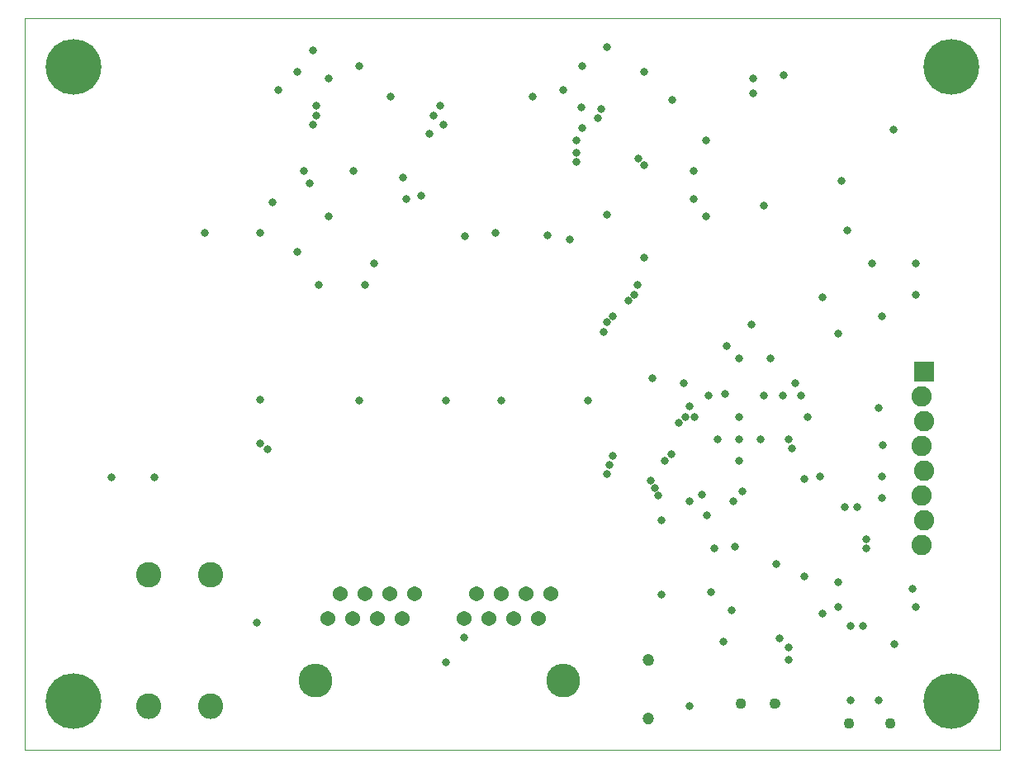
<source format=gbs>
G75*
%MOIN*%
%OFA0B0*%
%FSLAX25Y25*%
%IPPOS*%
%LPD*%
%AMOC8*
5,1,8,0,0,1.08239X$1,22.5*
%
%ADD10C,0.00000*%
%ADD11C,0.06050*%
%ADD12C,0.13600*%
%ADD13C,0.04343*%
%ADD14C,0.10249*%
%ADD15R,0.08200X0.08200*%
%ADD16C,0.08200*%
%ADD17C,0.04737*%
%ADD18C,0.03181*%
%ADD19C,0.03200*%
%ADD20C,0.22454*%
D10*
X0004252Y0015829D02*
X0004252Y0311104D01*
X0397953Y0311104D01*
X0397953Y0015829D01*
X0004252Y0015829D01*
X0049528Y0033329D02*
X0049530Y0033466D01*
X0049536Y0033604D01*
X0049546Y0033741D01*
X0049560Y0033877D01*
X0049578Y0034014D01*
X0049600Y0034149D01*
X0049626Y0034284D01*
X0049655Y0034418D01*
X0049689Y0034552D01*
X0049726Y0034684D01*
X0049768Y0034815D01*
X0049813Y0034945D01*
X0049862Y0035073D01*
X0049914Y0035200D01*
X0049971Y0035325D01*
X0050030Y0035449D01*
X0050094Y0035571D01*
X0050161Y0035691D01*
X0050231Y0035809D01*
X0050305Y0035925D01*
X0050382Y0036039D01*
X0050463Y0036150D01*
X0050546Y0036259D01*
X0050633Y0036366D01*
X0050723Y0036469D01*
X0050816Y0036571D01*
X0050912Y0036669D01*
X0051010Y0036765D01*
X0051112Y0036858D01*
X0051215Y0036948D01*
X0051322Y0037035D01*
X0051431Y0037118D01*
X0051542Y0037199D01*
X0051656Y0037276D01*
X0051772Y0037350D01*
X0051890Y0037420D01*
X0052010Y0037487D01*
X0052132Y0037551D01*
X0052256Y0037610D01*
X0052381Y0037667D01*
X0052508Y0037719D01*
X0052636Y0037768D01*
X0052766Y0037813D01*
X0052897Y0037855D01*
X0053029Y0037892D01*
X0053163Y0037926D01*
X0053297Y0037955D01*
X0053432Y0037981D01*
X0053567Y0038003D01*
X0053704Y0038021D01*
X0053840Y0038035D01*
X0053977Y0038045D01*
X0054115Y0038051D01*
X0054252Y0038053D01*
X0054389Y0038051D01*
X0054527Y0038045D01*
X0054664Y0038035D01*
X0054800Y0038021D01*
X0054937Y0038003D01*
X0055072Y0037981D01*
X0055207Y0037955D01*
X0055341Y0037926D01*
X0055475Y0037892D01*
X0055607Y0037855D01*
X0055738Y0037813D01*
X0055868Y0037768D01*
X0055996Y0037719D01*
X0056123Y0037667D01*
X0056248Y0037610D01*
X0056372Y0037551D01*
X0056494Y0037487D01*
X0056614Y0037420D01*
X0056732Y0037350D01*
X0056848Y0037276D01*
X0056962Y0037199D01*
X0057073Y0037118D01*
X0057182Y0037035D01*
X0057289Y0036948D01*
X0057392Y0036858D01*
X0057494Y0036765D01*
X0057592Y0036669D01*
X0057688Y0036571D01*
X0057781Y0036469D01*
X0057871Y0036366D01*
X0057958Y0036259D01*
X0058041Y0036150D01*
X0058122Y0036039D01*
X0058199Y0035925D01*
X0058273Y0035809D01*
X0058343Y0035691D01*
X0058410Y0035571D01*
X0058474Y0035449D01*
X0058533Y0035325D01*
X0058590Y0035200D01*
X0058642Y0035073D01*
X0058691Y0034945D01*
X0058736Y0034815D01*
X0058778Y0034684D01*
X0058815Y0034552D01*
X0058849Y0034418D01*
X0058878Y0034284D01*
X0058904Y0034149D01*
X0058926Y0034014D01*
X0058944Y0033877D01*
X0058958Y0033741D01*
X0058968Y0033604D01*
X0058974Y0033466D01*
X0058976Y0033329D01*
X0058974Y0033192D01*
X0058968Y0033054D01*
X0058958Y0032917D01*
X0058944Y0032781D01*
X0058926Y0032644D01*
X0058904Y0032509D01*
X0058878Y0032374D01*
X0058849Y0032240D01*
X0058815Y0032106D01*
X0058778Y0031974D01*
X0058736Y0031843D01*
X0058691Y0031713D01*
X0058642Y0031585D01*
X0058590Y0031458D01*
X0058533Y0031333D01*
X0058474Y0031209D01*
X0058410Y0031087D01*
X0058343Y0030967D01*
X0058273Y0030849D01*
X0058199Y0030733D01*
X0058122Y0030619D01*
X0058041Y0030508D01*
X0057958Y0030399D01*
X0057871Y0030292D01*
X0057781Y0030189D01*
X0057688Y0030087D01*
X0057592Y0029989D01*
X0057494Y0029893D01*
X0057392Y0029800D01*
X0057289Y0029710D01*
X0057182Y0029623D01*
X0057073Y0029540D01*
X0056962Y0029459D01*
X0056848Y0029382D01*
X0056732Y0029308D01*
X0056614Y0029238D01*
X0056494Y0029171D01*
X0056372Y0029107D01*
X0056248Y0029048D01*
X0056123Y0028991D01*
X0055996Y0028939D01*
X0055868Y0028890D01*
X0055738Y0028845D01*
X0055607Y0028803D01*
X0055475Y0028766D01*
X0055341Y0028732D01*
X0055207Y0028703D01*
X0055072Y0028677D01*
X0054937Y0028655D01*
X0054800Y0028637D01*
X0054664Y0028623D01*
X0054527Y0028613D01*
X0054389Y0028607D01*
X0054252Y0028605D01*
X0054115Y0028607D01*
X0053977Y0028613D01*
X0053840Y0028623D01*
X0053704Y0028637D01*
X0053567Y0028655D01*
X0053432Y0028677D01*
X0053297Y0028703D01*
X0053163Y0028732D01*
X0053029Y0028766D01*
X0052897Y0028803D01*
X0052766Y0028845D01*
X0052636Y0028890D01*
X0052508Y0028939D01*
X0052381Y0028991D01*
X0052256Y0029048D01*
X0052132Y0029107D01*
X0052010Y0029171D01*
X0051890Y0029238D01*
X0051772Y0029308D01*
X0051656Y0029382D01*
X0051542Y0029459D01*
X0051431Y0029540D01*
X0051322Y0029623D01*
X0051215Y0029710D01*
X0051112Y0029800D01*
X0051010Y0029893D01*
X0050912Y0029989D01*
X0050816Y0030087D01*
X0050723Y0030189D01*
X0050633Y0030292D01*
X0050546Y0030399D01*
X0050463Y0030508D01*
X0050382Y0030619D01*
X0050305Y0030733D01*
X0050231Y0030849D01*
X0050161Y0030967D01*
X0050094Y0031087D01*
X0050030Y0031209D01*
X0049971Y0031333D01*
X0049914Y0031458D01*
X0049862Y0031585D01*
X0049813Y0031713D01*
X0049768Y0031843D01*
X0049726Y0031974D01*
X0049689Y0032106D01*
X0049655Y0032240D01*
X0049626Y0032374D01*
X0049600Y0032509D01*
X0049578Y0032644D01*
X0049560Y0032781D01*
X0049546Y0032917D01*
X0049536Y0033054D01*
X0049530Y0033192D01*
X0049528Y0033329D01*
X0074528Y0033329D02*
X0074530Y0033466D01*
X0074536Y0033604D01*
X0074546Y0033741D01*
X0074560Y0033877D01*
X0074578Y0034014D01*
X0074600Y0034149D01*
X0074626Y0034284D01*
X0074655Y0034418D01*
X0074689Y0034552D01*
X0074726Y0034684D01*
X0074768Y0034815D01*
X0074813Y0034945D01*
X0074862Y0035073D01*
X0074914Y0035200D01*
X0074971Y0035325D01*
X0075030Y0035449D01*
X0075094Y0035571D01*
X0075161Y0035691D01*
X0075231Y0035809D01*
X0075305Y0035925D01*
X0075382Y0036039D01*
X0075463Y0036150D01*
X0075546Y0036259D01*
X0075633Y0036366D01*
X0075723Y0036469D01*
X0075816Y0036571D01*
X0075912Y0036669D01*
X0076010Y0036765D01*
X0076112Y0036858D01*
X0076215Y0036948D01*
X0076322Y0037035D01*
X0076431Y0037118D01*
X0076542Y0037199D01*
X0076656Y0037276D01*
X0076772Y0037350D01*
X0076890Y0037420D01*
X0077010Y0037487D01*
X0077132Y0037551D01*
X0077256Y0037610D01*
X0077381Y0037667D01*
X0077508Y0037719D01*
X0077636Y0037768D01*
X0077766Y0037813D01*
X0077897Y0037855D01*
X0078029Y0037892D01*
X0078163Y0037926D01*
X0078297Y0037955D01*
X0078432Y0037981D01*
X0078567Y0038003D01*
X0078704Y0038021D01*
X0078840Y0038035D01*
X0078977Y0038045D01*
X0079115Y0038051D01*
X0079252Y0038053D01*
X0079389Y0038051D01*
X0079527Y0038045D01*
X0079664Y0038035D01*
X0079800Y0038021D01*
X0079937Y0038003D01*
X0080072Y0037981D01*
X0080207Y0037955D01*
X0080341Y0037926D01*
X0080475Y0037892D01*
X0080607Y0037855D01*
X0080738Y0037813D01*
X0080868Y0037768D01*
X0080996Y0037719D01*
X0081123Y0037667D01*
X0081248Y0037610D01*
X0081372Y0037551D01*
X0081494Y0037487D01*
X0081614Y0037420D01*
X0081732Y0037350D01*
X0081848Y0037276D01*
X0081962Y0037199D01*
X0082073Y0037118D01*
X0082182Y0037035D01*
X0082289Y0036948D01*
X0082392Y0036858D01*
X0082494Y0036765D01*
X0082592Y0036669D01*
X0082688Y0036571D01*
X0082781Y0036469D01*
X0082871Y0036366D01*
X0082958Y0036259D01*
X0083041Y0036150D01*
X0083122Y0036039D01*
X0083199Y0035925D01*
X0083273Y0035809D01*
X0083343Y0035691D01*
X0083410Y0035571D01*
X0083474Y0035449D01*
X0083533Y0035325D01*
X0083590Y0035200D01*
X0083642Y0035073D01*
X0083691Y0034945D01*
X0083736Y0034815D01*
X0083778Y0034684D01*
X0083815Y0034552D01*
X0083849Y0034418D01*
X0083878Y0034284D01*
X0083904Y0034149D01*
X0083926Y0034014D01*
X0083944Y0033877D01*
X0083958Y0033741D01*
X0083968Y0033604D01*
X0083974Y0033466D01*
X0083976Y0033329D01*
X0083974Y0033192D01*
X0083968Y0033054D01*
X0083958Y0032917D01*
X0083944Y0032781D01*
X0083926Y0032644D01*
X0083904Y0032509D01*
X0083878Y0032374D01*
X0083849Y0032240D01*
X0083815Y0032106D01*
X0083778Y0031974D01*
X0083736Y0031843D01*
X0083691Y0031713D01*
X0083642Y0031585D01*
X0083590Y0031458D01*
X0083533Y0031333D01*
X0083474Y0031209D01*
X0083410Y0031087D01*
X0083343Y0030967D01*
X0083273Y0030849D01*
X0083199Y0030733D01*
X0083122Y0030619D01*
X0083041Y0030508D01*
X0082958Y0030399D01*
X0082871Y0030292D01*
X0082781Y0030189D01*
X0082688Y0030087D01*
X0082592Y0029989D01*
X0082494Y0029893D01*
X0082392Y0029800D01*
X0082289Y0029710D01*
X0082182Y0029623D01*
X0082073Y0029540D01*
X0081962Y0029459D01*
X0081848Y0029382D01*
X0081732Y0029308D01*
X0081614Y0029238D01*
X0081494Y0029171D01*
X0081372Y0029107D01*
X0081248Y0029048D01*
X0081123Y0028991D01*
X0080996Y0028939D01*
X0080868Y0028890D01*
X0080738Y0028845D01*
X0080607Y0028803D01*
X0080475Y0028766D01*
X0080341Y0028732D01*
X0080207Y0028703D01*
X0080072Y0028677D01*
X0079937Y0028655D01*
X0079800Y0028637D01*
X0079664Y0028623D01*
X0079527Y0028613D01*
X0079389Y0028607D01*
X0079252Y0028605D01*
X0079115Y0028607D01*
X0078977Y0028613D01*
X0078840Y0028623D01*
X0078704Y0028637D01*
X0078567Y0028655D01*
X0078432Y0028677D01*
X0078297Y0028703D01*
X0078163Y0028732D01*
X0078029Y0028766D01*
X0077897Y0028803D01*
X0077766Y0028845D01*
X0077636Y0028890D01*
X0077508Y0028939D01*
X0077381Y0028991D01*
X0077256Y0029048D01*
X0077132Y0029107D01*
X0077010Y0029171D01*
X0076890Y0029238D01*
X0076772Y0029308D01*
X0076656Y0029382D01*
X0076542Y0029459D01*
X0076431Y0029540D01*
X0076322Y0029623D01*
X0076215Y0029710D01*
X0076112Y0029800D01*
X0076010Y0029893D01*
X0075912Y0029989D01*
X0075816Y0030087D01*
X0075723Y0030189D01*
X0075633Y0030292D01*
X0075546Y0030399D01*
X0075463Y0030508D01*
X0075382Y0030619D01*
X0075305Y0030733D01*
X0075231Y0030849D01*
X0075161Y0030967D01*
X0075094Y0031087D01*
X0075030Y0031209D01*
X0074971Y0031333D01*
X0074914Y0031458D01*
X0074862Y0031585D01*
X0074813Y0031713D01*
X0074768Y0031843D01*
X0074726Y0031974D01*
X0074689Y0032106D01*
X0074655Y0032240D01*
X0074626Y0032374D01*
X0074600Y0032509D01*
X0074578Y0032644D01*
X0074560Y0032781D01*
X0074546Y0032917D01*
X0074536Y0033054D01*
X0074530Y0033192D01*
X0074528Y0033329D01*
X0115352Y0043703D02*
X0115354Y0043863D01*
X0115360Y0044022D01*
X0115370Y0044181D01*
X0115384Y0044340D01*
X0115402Y0044499D01*
X0115423Y0044657D01*
X0115449Y0044814D01*
X0115479Y0044971D01*
X0115512Y0045127D01*
X0115550Y0045282D01*
X0115591Y0045436D01*
X0115636Y0045589D01*
X0115685Y0045741D01*
X0115738Y0045892D01*
X0115794Y0046041D01*
X0115855Y0046189D01*
X0115918Y0046335D01*
X0115986Y0046480D01*
X0116057Y0046623D01*
X0116131Y0046764D01*
X0116209Y0046903D01*
X0116291Y0047040D01*
X0116376Y0047175D01*
X0116464Y0047308D01*
X0116556Y0047439D01*
X0116650Y0047567D01*
X0116748Y0047693D01*
X0116849Y0047817D01*
X0116953Y0047938D01*
X0117060Y0048056D01*
X0117170Y0048172D01*
X0117283Y0048285D01*
X0117399Y0048395D01*
X0117517Y0048502D01*
X0117638Y0048606D01*
X0117762Y0048707D01*
X0117888Y0048805D01*
X0118016Y0048899D01*
X0118147Y0048991D01*
X0118280Y0049079D01*
X0118415Y0049164D01*
X0118552Y0049246D01*
X0118691Y0049324D01*
X0118832Y0049398D01*
X0118975Y0049469D01*
X0119120Y0049537D01*
X0119266Y0049600D01*
X0119414Y0049661D01*
X0119563Y0049717D01*
X0119714Y0049770D01*
X0119866Y0049819D01*
X0120019Y0049864D01*
X0120173Y0049905D01*
X0120328Y0049943D01*
X0120484Y0049976D01*
X0120641Y0050006D01*
X0120798Y0050032D01*
X0120956Y0050053D01*
X0121115Y0050071D01*
X0121274Y0050085D01*
X0121433Y0050095D01*
X0121592Y0050101D01*
X0121752Y0050103D01*
X0121912Y0050101D01*
X0122071Y0050095D01*
X0122230Y0050085D01*
X0122389Y0050071D01*
X0122548Y0050053D01*
X0122706Y0050032D01*
X0122863Y0050006D01*
X0123020Y0049976D01*
X0123176Y0049943D01*
X0123331Y0049905D01*
X0123485Y0049864D01*
X0123638Y0049819D01*
X0123790Y0049770D01*
X0123941Y0049717D01*
X0124090Y0049661D01*
X0124238Y0049600D01*
X0124384Y0049537D01*
X0124529Y0049469D01*
X0124672Y0049398D01*
X0124813Y0049324D01*
X0124952Y0049246D01*
X0125089Y0049164D01*
X0125224Y0049079D01*
X0125357Y0048991D01*
X0125488Y0048899D01*
X0125616Y0048805D01*
X0125742Y0048707D01*
X0125866Y0048606D01*
X0125987Y0048502D01*
X0126105Y0048395D01*
X0126221Y0048285D01*
X0126334Y0048172D01*
X0126444Y0048056D01*
X0126551Y0047938D01*
X0126655Y0047817D01*
X0126756Y0047693D01*
X0126854Y0047567D01*
X0126948Y0047439D01*
X0127040Y0047308D01*
X0127128Y0047175D01*
X0127213Y0047040D01*
X0127295Y0046903D01*
X0127373Y0046764D01*
X0127447Y0046623D01*
X0127518Y0046480D01*
X0127586Y0046335D01*
X0127649Y0046189D01*
X0127710Y0046041D01*
X0127766Y0045892D01*
X0127819Y0045741D01*
X0127868Y0045589D01*
X0127913Y0045436D01*
X0127954Y0045282D01*
X0127992Y0045127D01*
X0128025Y0044971D01*
X0128055Y0044814D01*
X0128081Y0044657D01*
X0128102Y0044499D01*
X0128120Y0044340D01*
X0128134Y0044181D01*
X0128144Y0044022D01*
X0128150Y0043863D01*
X0128152Y0043703D01*
X0128150Y0043543D01*
X0128144Y0043384D01*
X0128134Y0043225D01*
X0128120Y0043066D01*
X0128102Y0042907D01*
X0128081Y0042749D01*
X0128055Y0042592D01*
X0128025Y0042435D01*
X0127992Y0042279D01*
X0127954Y0042124D01*
X0127913Y0041970D01*
X0127868Y0041817D01*
X0127819Y0041665D01*
X0127766Y0041514D01*
X0127710Y0041365D01*
X0127649Y0041217D01*
X0127586Y0041071D01*
X0127518Y0040926D01*
X0127447Y0040783D01*
X0127373Y0040642D01*
X0127295Y0040503D01*
X0127213Y0040366D01*
X0127128Y0040231D01*
X0127040Y0040098D01*
X0126948Y0039967D01*
X0126854Y0039839D01*
X0126756Y0039713D01*
X0126655Y0039589D01*
X0126551Y0039468D01*
X0126444Y0039350D01*
X0126334Y0039234D01*
X0126221Y0039121D01*
X0126105Y0039011D01*
X0125987Y0038904D01*
X0125866Y0038800D01*
X0125742Y0038699D01*
X0125616Y0038601D01*
X0125488Y0038507D01*
X0125357Y0038415D01*
X0125224Y0038327D01*
X0125089Y0038242D01*
X0124952Y0038160D01*
X0124813Y0038082D01*
X0124672Y0038008D01*
X0124529Y0037937D01*
X0124384Y0037869D01*
X0124238Y0037806D01*
X0124090Y0037745D01*
X0123941Y0037689D01*
X0123790Y0037636D01*
X0123638Y0037587D01*
X0123485Y0037542D01*
X0123331Y0037501D01*
X0123176Y0037463D01*
X0123020Y0037430D01*
X0122863Y0037400D01*
X0122706Y0037374D01*
X0122548Y0037353D01*
X0122389Y0037335D01*
X0122230Y0037321D01*
X0122071Y0037311D01*
X0121912Y0037305D01*
X0121752Y0037303D01*
X0121592Y0037305D01*
X0121433Y0037311D01*
X0121274Y0037321D01*
X0121115Y0037335D01*
X0120956Y0037353D01*
X0120798Y0037374D01*
X0120641Y0037400D01*
X0120484Y0037430D01*
X0120328Y0037463D01*
X0120173Y0037501D01*
X0120019Y0037542D01*
X0119866Y0037587D01*
X0119714Y0037636D01*
X0119563Y0037689D01*
X0119414Y0037745D01*
X0119266Y0037806D01*
X0119120Y0037869D01*
X0118975Y0037937D01*
X0118832Y0038008D01*
X0118691Y0038082D01*
X0118552Y0038160D01*
X0118415Y0038242D01*
X0118280Y0038327D01*
X0118147Y0038415D01*
X0118016Y0038507D01*
X0117888Y0038601D01*
X0117762Y0038699D01*
X0117638Y0038800D01*
X0117517Y0038904D01*
X0117399Y0039011D01*
X0117283Y0039121D01*
X0117170Y0039234D01*
X0117060Y0039350D01*
X0116953Y0039468D01*
X0116849Y0039589D01*
X0116748Y0039713D01*
X0116650Y0039839D01*
X0116556Y0039967D01*
X0116464Y0040098D01*
X0116376Y0040231D01*
X0116291Y0040366D01*
X0116209Y0040503D01*
X0116131Y0040642D01*
X0116057Y0040783D01*
X0115986Y0040926D01*
X0115918Y0041071D01*
X0115855Y0041217D01*
X0115794Y0041365D01*
X0115738Y0041514D01*
X0115685Y0041665D01*
X0115636Y0041817D01*
X0115591Y0041970D01*
X0115550Y0042124D01*
X0115512Y0042279D01*
X0115479Y0042435D01*
X0115449Y0042592D01*
X0115423Y0042749D01*
X0115402Y0042907D01*
X0115384Y0043066D01*
X0115370Y0043225D01*
X0115360Y0043384D01*
X0115354Y0043543D01*
X0115352Y0043703D01*
X0074528Y0086478D02*
X0074530Y0086615D01*
X0074536Y0086753D01*
X0074546Y0086890D01*
X0074560Y0087026D01*
X0074578Y0087163D01*
X0074600Y0087298D01*
X0074626Y0087433D01*
X0074655Y0087567D01*
X0074689Y0087701D01*
X0074726Y0087833D01*
X0074768Y0087964D01*
X0074813Y0088094D01*
X0074862Y0088222D01*
X0074914Y0088349D01*
X0074971Y0088474D01*
X0075030Y0088598D01*
X0075094Y0088720D01*
X0075161Y0088840D01*
X0075231Y0088958D01*
X0075305Y0089074D01*
X0075382Y0089188D01*
X0075463Y0089299D01*
X0075546Y0089408D01*
X0075633Y0089515D01*
X0075723Y0089618D01*
X0075816Y0089720D01*
X0075912Y0089818D01*
X0076010Y0089914D01*
X0076112Y0090007D01*
X0076215Y0090097D01*
X0076322Y0090184D01*
X0076431Y0090267D01*
X0076542Y0090348D01*
X0076656Y0090425D01*
X0076772Y0090499D01*
X0076890Y0090569D01*
X0077010Y0090636D01*
X0077132Y0090700D01*
X0077256Y0090759D01*
X0077381Y0090816D01*
X0077508Y0090868D01*
X0077636Y0090917D01*
X0077766Y0090962D01*
X0077897Y0091004D01*
X0078029Y0091041D01*
X0078163Y0091075D01*
X0078297Y0091104D01*
X0078432Y0091130D01*
X0078567Y0091152D01*
X0078704Y0091170D01*
X0078840Y0091184D01*
X0078977Y0091194D01*
X0079115Y0091200D01*
X0079252Y0091202D01*
X0079389Y0091200D01*
X0079527Y0091194D01*
X0079664Y0091184D01*
X0079800Y0091170D01*
X0079937Y0091152D01*
X0080072Y0091130D01*
X0080207Y0091104D01*
X0080341Y0091075D01*
X0080475Y0091041D01*
X0080607Y0091004D01*
X0080738Y0090962D01*
X0080868Y0090917D01*
X0080996Y0090868D01*
X0081123Y0090816D01*
X0081248Y0090759D01*
X0081372Y0090700D01*
X0081494Y0090636D01*
X0081614Y0090569D01*
X0081732Y0090499D01*
X0081848Y0090425D01*
X0081962Y0090348D01*
X0082073Y0090267D01*
X0082182Y0090184D01*
X0082289Y0090097D01*
X0082392Y0090007D01*
X0082494Y0089914D01*
X0082592Y0089818D01*
X0082688Y0089720D01*
X0082781Y0089618D01*
X0082871Y0089515D01*
X0082958Y0089408D01*
X0083041Y0089299D01*
X0083122Y0089188D01*
X0083199Y0089074D01*
X0083273Y0088958D01*
X0083343Y0088840D01*
X0083410Y0088720D01*
X0083474Y0088598D01*
X0083533Y0088474D01*
X0083590Y0088349D01*
X0083642Y0088222D01*
X0083691Y0088094D01*
X0083736Y0087964D01*
X0083778Y0087833D01*
X0083815Y0087701D01*
X0083849Y0087567D01*
X0083878Y0087433D01*
X0083904Y0087298D01*
X0083926Y0087163D01*
X0083944Y0087026D01*
X0083958Y0086890D01*
X0083968Y0086753D01*
X0083974Y0086615D01*
X0083976Y0086478D01*
X0083974Y0086341D01*
X0083968Y0086203D01*
X0083958Y0086066D01*
X0083944Y0085930D01*
X0083926Y0085793D01*
X0083904Y0085658D01*
X0083878Y0085523D01*
X0083849Y0085389D01*
X0083815Y0085255D01*
X0083778Y0085123D01*
X0083736Y0084992D01*
X0083691Y0084862D01*
X0083642Y0084734D01*
X0083590Y0084607D01*
X0083533Y0084482D01*
X0083474Y0084358D01*
X0083410Y0084236D01*
X0083343Y0084116D01*
X0083273Y0083998D01*
X0083199Y0083882D01*
X0083122Y0083768D01*
X0083041Y0083657D01*
X0082958Y0083548D01*
X0082871Y0083441D01*
X0082781Y0083338D01*
X0082688Y0083236D01*
X0082592Y0083138D01*
X0082494Y0083042D01*
X0082392Y0082949D01*
X0082289Y0082859D01*
X0082182Y0082772D01*
X0082073Y0082689D01*
X0081962Y0082608D01*
X0081848Y0082531D01*
X0081732Y0082457D01*
X0081614Y0082387D01*
X0081494Y0082320D01*
X0081372Y0082256D01*
X0081248Y0082197D01*
X0081123Y0082140D01*
X0080996Y0082088D01*
X0080868Y0082039D01*
X0080738Y0081994D01*
X0080607Y0081952D01*
X0080475Y0081915D01*
X0080341Y0081881D01*
X0080207Y0081852D01*
X0080072Y0081826D01*
X0079937Y0081804D01*
X0079800Y0081786D01*
X0079664Y0081772D01*
X0079527Y0081762D01*
X0079389Y0081756D01*
X0079252Y0081754D01*
X0079115Y0081756D01*
X0078977Y0081762D01*
X0078840Y0081772D01*
X0078704Y0081786D01*
X0078567Y0081804D01*
X0078432Y0081826D01*
X0078297Y0081852D01*
X0078163Y0081881D01*
X0078029Y0081915D01*
X0077897Y0081952D01*
X0077766Y0081994D01*
X0077636Y0082039D01*
X0077508Y0082088D01*
X0077381Y0082140D01*
X0077256Y0082197D01*
X0077132Y0082256D01*
X0077010Y0082320D01*
X0076890Y0082387D01*
X0076772Y0082457D01*
X0076656Y0082531D01*
X0076542Y0082608D01*
X0076431Y0082689D01*
X0076322Y0082772D01*
X0076215Y0082859D01*
X0076112Y0082949D01*
X0076010Y0083042D01*
X0075912Y0083138D01*
X0075816Y0083236D01*
X0075723Y0083338D01*
X0075633Y0083441D01*
X0075546Y0083548D01*
X0075463Y0083657D01*
X0075382Y0083768D01*
X0075305Y0083882D01*
X0075231Y0083998D01*
X0075161Y0084116D01*
X0075094Y0084236D01*
X0075030Y0084358D01*
X0074971Y0084482D01*
X0074914Y0084607D01*
X0074862Y0084734D01*
X0074813Y0084862D01*
X0074768Y0084992D01*
X0074726Y0085123D01*
X0074689Y0085255D01*
X0074655Y0085389D01*
X0074626Y0085523D01*
X0074600Y0085658D01*
X0074578Y0085793D01*
X0074560Y0085930D01*
X0074546Y0086066D01*
X0074536Y0086203D01*
X0074530Y0086341D01*
X0074528Y0086478D01*
X0049528Y0086478D02*
X0049530Y0086615D01*
X0049536Y0086753D01*
X0049546Y0086890D01*
X0049560Y0087026D01*
X0049578Y0087163D01*
X0049600Y0087298D01*
X0049626Y0087433D01*
X0049655Y0087567D01*
X0049689Y0087701D01*
X0049726Y0087833D01*
X0049768Y0087964D01*
X0049813Y0088094D01*
X0049862Y0088222D01*
X0049914Y0088349D01*
X0049971Y0088474D01*
X0050030Y0088598D01*
X0050094Y0088720D01*
X0050161Y0088840D01*
X0050231Y0088958D01*
X0050305Y0089074D01*
X0050382Y0089188D01*
X0050463Y0089299D01*
X0050546Y0089408D01*
X0050633Y0089515D01*
X0050723Y0089618D01*
X0050816Y0089720D01*
X0050912Y0089818D01*
X0051010Y0089914D01*
X0051112Y0090007D01*
X0051215Y0090097D01*
X0051322Y0090184D01*
X0051431Y0090267D01*
X0051542Y0090348D01*
X0051656Y0090425D01*
X0051772Y0090499D01*
X0051890Y0090569D01*
X0052010Y0090636D01*
X0052132Y0090700D01*
X0052256Y0090759D01*
X0052381Y0090816D01*
X0052508Y0090868D01*
X0052636Y0090917D01*
X0052766Y0090962D01*
X0052897Y0091004D01*
X0053029Y0091041D01*
X0053163Y0091075D01*
X0053297Y0091104D01*
X0053432Y0091130D01*
X0053567Y0091152D01*
X0053704Y0091170D01*
X0053840Y0091184D01*
X0053977Y0091194D01*
X0054115Y0091200D01*
X0054252Y0091202D01*
X0054389Y0091200D01*
X0054527Y0091194D01*
X0054664Y0091184D01*
X0054800Y0091170D01*
X0054937Y0091152D01*
X0055072Y0091130D01*
X0055207Y0091104D01*
X0055341Y0091075D01*
X0055475Y0091041D01*
X0055607Y0091004D01*
X0055738Y0090962D01*
X0055868Y0090917D01*
X0055996Y0090868D01*
X0056123Y0090816D01*
X0056248Y0090759D01*
X0056372Y0090700D01*
X0056494Y0090636D01*
X0056614Y0090569D01*
X0056732Y0090499D01*
X0056848Y0090425D01*
X0056962Y0090348D01*
X0057073Y0090267D01*
X0057182Y0090184D01*
X0057289Y0090097D01*
X0057392Y0090007D01*
X0057494Y0089914D01*
X0057592Y0089818D01*
X0057688Y0089720D01*
X0057781Y0089618D01*
X0057871Y0089515D01*
X0057958Y0089408D01*
X0058041Y0089299D01*
X0058122Y0089188D01*
X0058199Y0089074D01*
X0058273Y0088958D01*
X0058343Y0088840D01*
X0058410Y0088720D01*
X0058474Y0088598D01*
X0058533Y0088474D01*
X0058590Y0088349D01*
X0058642Y0088222D01*
X0058691Y0088094D01*
X0058736Y0087964D01*
X0058778Y0087833D01*
X0058815Y0087701D01*
X0058849Y0087567D01*
X0058878Y0087433D01*
X0058904Y0087298D01*
X0058926Y0087163D01*
X0058944Y0087026D01*
X0058958Y0086890D01*
X0058968Y0086753D01*
X0058974Y0086615D01*
X0058976Y0086478D01*
X0058974Y0086341D01*
X0058968Y0086203D01*
X0058958Y0086066D01*
X0058944Y0085930D01*
X0058926Y0085793D01*
X0058904Y0085658D01*
X0058878Y0085523D01*
X0058849Y0085389D01*
X0058815Y0085255D01*
X0058778Y0085123D01*
X0058736Y0084992D01*
X0058691Y0084862D01*
X0058642Y0084734D01*
X0058590Y0084607D01*
X0058533Y0084482D01*
X0058474Y0084358D01*
X0058410Y0084236D01*
X0058343Y0084116D01*
X0058273Y0083998D01*
X0058199Y0083882D01*
X0058122Y0083768D01*
X0058041Y0083657D01*
X0057958Y0083548D01*
X0057871Y0083441D01*
X0057781Y0083338D01*
X0057688Y0083236D01*
X0057592Y0083138D01*
X0057494Y0083042D01*
X0057392Y0082949D01*
X0057289Y0082859D01*
X0057182Y0082772D01*
X0057073Y0082689D01*
X0056962Y0082608D01*
X0056848Y0082531D01*
X0056732Y0082457D01*
X0056614Y0082387D01*
X0056494Y0082320D01*
X0056372Y0082256D01*
X0056248Y0082197D01*
X0056123Y0082140D01*
X0055996Y0082088D01*
X0055868Y0082039D01*
X0055738Y0081994D01*
X0055607Y0081952D01*
X0055475Y0081915D01*
X0055341Y0081881D01*
X0055207Y0081852D01*
X0055072Y0081826D01*
X0054937Y0081804D01*
X0054800Y0081786D01*
X0054664Y0081772D01*
X0054527Y0081762D01*
X0054389Y0081756D01*
X0054252Y0081754D01*
X0054115Y0081756D01*
X0053977Y0081762D01*
X0053840Y0081772D01*
X0053704Y0081786D01*
X0053567Y0081804D01*
X0053432Y0081826D01*
X0053297Y0081852D01*
X0053163Y0081881D01*
X0053029Y0081915D01*
X0052897Y0081952D01*
X0052766Y0081994D01*
X0052636Y0082039D01*
X0052508Y0082088D01*
X0052381Y0082140D01*
X0052256Y0082197D01*
X0052132Y0082256D01*
X0052010Y0082320D01*
X0051890Y0082387D01*
X0051772Y0082457D01*
X0051656Y0082531D01*
X0051542Y0082608D01*
X0051431Y0082689D01*
X0051322Y0082772D01*
X0051215Y0082859D01*
X0051112Y0082949D01*
X0051010Y0083042D01*
X0050912Y0083138D01*
X0050816Y0083236D01*
X0050723Y0083338D01*
X0050633Y0083441D01*
X0050546Y0083548D01*
X0050463Y0083657D01*
X0050382Y0083768D01*
X0050305Y0083882D01*
X0050231Y0083998D01*
X0050161Y0084116D01*
X0050094Y0084236D01*
X0050030Y0084358D01*
X0049971Y0084482D01*
X0049914Y0084607D01*
X0049862Y0084734D01*
X0049813Y0084862D01*
X0049768Y0084992D01*
X0049726Y0085123D01*
X0049689Y0085255D01*
X0049655Y0085389D01*
X0049626Y0085523D01*
X0049600Y0085658D01*
X0049578Y0085793D01*
X0049560Y0085930D01*
X0049546Y0086066D01*
X0049536Y0086203D01*
X0049530Y0086341D01*
X0049528Y0086478D01*
X0215352Y0043703D02*
X0215354Y0043863D01*
X0215360Y0044022D01*
X0215370Y0044181D01*
X0215384Y0044340D01*
X0215402Y0044499D01*
X0215423Y0044657D01*
X0215449Y0044814D01*
X0215479Y0044971D01*
X0215512Y0045127D01*
X0215550Y0045282D01*
X0215591Y0045436D01*
X0215636Y0045589D01*
X0215685Y0045741D01*
X0215738Y0045892D01*
X0215794Y0046041D01*
X0215855Y0046189D01*
X0215918Y0046335D01*
X0215986Y0046480D01*
X0216057Y0046623D01*
X0216131Y0046764D01*
X0216209Y0046903D01*
X0216291Y0047040D01*
X0216376Y0047175D01*
X0216464Y0047308D01*
X0216556Y0047439D01*
X0216650Y0047567D01*
X0216748Y0047693D01*
X0216849Y0047817D01*
X0216953Y0047938D01*
X0217060Y0048056D01*
X0217170Y0048172D01*
X0217283Y0048285D01*
X0217399Y0048395D01*
X0217517Y0048502D01*
X0217638Y0048606D01*
X0217762Y0048707D01*
X0217888Y0048805D01*
X0218016Y0048899D01*
X0218147Y0048991D01*
X0218280Y0049079D01*
X0218415Y0049164D01*
X0218552Y0049246D01*
X0218691Y0049324D01*
X0218832Y0049398D01*
X0218975Y0049469D01*
X0219120Y0049537D01*
X0219266Y0049600D01*
X0219414Y0049661D01*
X0219563Y0049717D01*
X0219714Y0049770D01*
X0219866Y0049819D01*
X0220019Y0049864D01*
X0220173Y0049905D01*
X0220328Y0049943D01*
X0220484Y0049976D01*
X0220641Y0050006D01*
X0220798Y0050032D01*
X0220956Y0050053D01*
X0221115Y0050071D01*
X0221274Y0050085D01*
X0221433Y0050095D01*
X0221592Y0050101D01*
X0221752Y0050103D01*
X0221912Y0050101D01*
X0222071Y0050095D01*
X0222230Y0050085D01*
X0222389Y0050071D01*
X0222548Y0050053D01*
X0222706Y0050032D01*
X0222863Y0050006D01*
X0223020Y0049976D01*
X0223176Y0049943D01*
X0223331Y0049905D01*
X0223485Y0049864D01*
X0223638Y0049819D01*
X0223790Y0049770D01*
X0223941Y0049717D01*
X0224090Y0049661D01*
X0224238Y0049600D01*
X0224384Y0049537D01*
X0224529Y0049469D01*
X0224672Y0049398D01*
X0224813Y0049324D01*
X0224952Y0049246D01*
X0225089Y0049164D01*
X0225224Y0049079D01*
X0225357Y0048991D01*
X0225488Y0048899D01*
X0225616Y0048805D01*
X0225742Y0048707D01*
X0225866Y0048606D01*
X0225987Y0048502D01*
X0226105Y0048395D01*
X0226221Y0048285D01*
X0226334Y0048172D01*
X0226444Y0048056D01*
X0226551Y0047938D01*
X0226655Y0047817D01*
X0226756Y0047693D01*
X0226854Y0047567D01*
X0226948Y0047439D01*
X0227040Y0047308D01*
X0227128Y0047175D01*
X0227213Y0047040D01*
X0227295Y0046903D01*
X0227373Y0046764D01*
X0227447Y0046623D01*
X0227518Y0046480D01*
X0227586Y0046335D01*
X0227649Y0046189D01*
X0227710Y0046041D01*
X0227766Y0045892D01*
X0227819Y0045741D01*
X0227868Y0045589D01*
X0227913Y0045436D01*
X0227954Y0045282D01*
X0227992Y0045127D01*
X0228025Y0044971D01*
X0228055Y0044814D01*
X0228081Y0044657D01*
X0228102Y0044499D01*
X0228120Y0044340D01*
X0228134Y0044181D01*
X0228144Y0044022D01*
X0228150Y0043863D01*
X0228152Y0043703D01*
X0228150Y0043543D01*
X0228144Y0043384D01*
X0228134Y0043225D01*
X0228120Y0043066D01*
X0228102Y0042907D01*
X0228081Y0042749D01*
X0228055Y0042592D01*
X0228025Y0042435D01*
X0227992Y0042279D01*
X0227954Y0042124D01*
X0227913Y0041970D01*
X0227868Y0041817D01*
X0227819Y0041665D01*
X0227766Y0041514D01*
X0227710Y0041365D01*
X0227649Y0041217D01*
X0227586Y0041071D01*
X0227518Y0040926D01*
X0227447Y0040783D01*
X0227373Y0040642D01*
X0227295Y0040503D01*
X0227213Y0040366D01*
X0227128Y0040231D01*
X0227040Y0040098D01*
X0226948Y0039967D01*
X0226854Y0039839D01*
X0226756Y0039713D01*
X0226655Y0039589D01*
X0226551Y0039468D01*
X0226444Y0039350D01*
X0226334Y0039234D01*
X0226221Y0039121D01*
X0226105Y0039011D01*
X0225987Y0038904D01*
X0225866Y0038800D01*
X0225742Y0038699D01*
X0225616Y0038601D01*
X0225488Y0038507D01*
X0225357Y0038415D01*
X0225224Y0038327D01*
X0225089Y0038242D01*
X0224952Y0038160D01*
X0224813Y0038082D01*
X0224672Y0038008D01*
X0224529Y0037937D01*
X0224384Y0037869D01*
X0224238Y0037806D01*
X0224090Y0037745D01*
X0223941Y0037689D01*
X0223790Y0037636D01*
X0223638Y0037587D01*
X0223485Y0037542D01*
X0223331Y0037501D01*
X0223176Y0037463D01*
X0223020Y0037430D01*
X0222863Y0037400D01*
X0222706Y0037374D01*
X0222548Y0037353D01*
X0222389Y0037335D01*
X0222230Y0037321D01*
X0222071Y0037311D01*
X0221912Y0037305D01*
X0221752Y0037303D01*
X0221592Y0037305D01*
X0221433Y0037311D01*
X0221274Y0037321D01*
X0221115Y0037335D01*
X0220956Y0037353D01*
X0220798Y0037374D01*
X0220641Y0037400D01*
X0220484Y0037430D01*
X0220328Y0037463D01*
X0220173Y0037501D01*
X0220019Y0037542D01*
X0219866Y0037587D01*
X0219714Y0037636D01*
X0219563Y0037689D01*
X0219414Y0037745D01*
X0219266Y0037806D01*
X0219120Y0037869D01*
X0218975Y0037937D01*
X0218832Y0038008D01*
X0218691Y0038082D01*
X0218552Y0038160D01*
X0218415Y0038242D01*
X0218280Y0038327D01*
X0218147Y0038415D01*
X0218016Y0038507D01*
X0217888Y0038601D01*
X0217762Y0038699D01*
X0217638Y0038800D01*
X0217517Y0038904D01*
X0217399Y0039011D01*
X0217283Y0039121D01*
X0217170Y0039234D01*
X0217060Y0039350D01*
X0216953Y0039468D01*
X0216849Y0039589D01*
X0216748Y0039713D01*
X0216650Y0039839D01*
X0216556Y0039967D01*
X0216464Y0040098D01*
X0216376Y0040231D01*
X0216291Y0040366D01*
X0216209Y0040503D01*
X0216131Y0040642D01*
X0216057Y0040783D01*
X0215986Y0040926D01*
X0215918Y0041071D01*
X0215855Y0041217D01*
X0215794Y0041365D01*
X0215738Y0041514D01*
X0215685Y0041665D01*
X0215636Y0041817D01*
X0215591Y0041970D01*
X0215550Y0042124D01*
X0215512Y0042279D01*
X0215479Y0042435D01*
X0215449Y0042592D01*
X0215423Y0042749D01*
X0215402Y0042907D01*
X0215384Y0043066D01*
X0215370Y0043225D01*
X0215360Y0043384D01*
X0215354Y0043543D01*
X0215352Y0043703D01*
X0253971Y0052014D02*
X0253973Y0052102D01*
X0253979Y0052190D01*
X0253989Y0052278D01*
X0254003Y0052366D01*
X0254020Y0052452D01*
X0254042Y0052538D01*
X0254067Y0052622D01*
X0254097Y0052706D01*
X0254129Y0052788D01*
X0254166Y0052868D01*
X0254206Y0052947D01*
X0254250Y0053024D01*
X0254297Y0053099D01*
X0254347Y0053171D01*
X0254401Y0053242D01*
X0254457Y0053309D01*
X0254517Y0053375D01*
X0254579Y0053437D01*
X0254645Y0053497D01*
X0254712Y0053553D01*
X0254783Y0053607D01*
X0254855Y0053657D01*
X0254930Y0053704D01*
X0255007Y0053748D01*
X0255086Y0053788D01*
X0255166Y0053825D01*
X0255248Y0053857D01*
X0255332Y0053887D01*
X0255416Y0053912D01*
X0255502Y0053934D01*
X0255588Y0053951D01*
X0255676Y0053965D01*
X0255764Y0053975D01*
X0255852Y0053981D01*
X0255940Y0053983D01*
X0256028Y0053981D01*
X0256116Y0053975D01*
X0256204Y0053965D01*
X0256292Y0053951D01*
X0256378Y0053934D01*
X0256464Y0053912D01*
X0256548Y0053887D01*
X0256632Y0053857D01*
X0256714Y0053825D01*
X0256794Y0053788D01*
X0256873Y0053748D01*
X0256950Y0053704D01*
X0257025Y0053657D01*
X0257097Y0053607D01*
X0257168Y0053553D01*
X0257235Y0053497D01*
X0257301Y0053437D01*
X0257363Y0053375D01*
X0257423Y0053309D01*
X0257479Y0053242D01*
X0257533Y0053171D01*
X0257583Y0053099D01*
X0257630Y0053024D01*
X0257674Y0052947D01*
X0257714Y0052868D01*
X0257751Y0052788D01*
X0257783Y0052706D01*
X0257813Y0052622D01*
X0257838Y0052538D01*
X0257860Y0052452D01*
X0257877Y0052366D01*
X0257891Y0052278D01*
X0257901Y0052190D01*
X0257907Y0052102D01*
X0257909Y0052014D01*
X0257907Y0051926D01*
X0257901Y0051838D01*
X0257891Y0051750D01*
X0257877Y0051662D01*
X0257860Y0051576D01*
X0257838Y0051490D01*
X0257813Y0051406D01*
X0257783Y0051322D01*
X0257751Y0051240D01*
X0257714Y0051160D01*
X0257674Y0051081D01*
X0257630Y0051004D01*
X0257583Y0050929D01*
X0257533Y0050857D01*
X0257479Y0050786D01*
X0257423Y0050719D01*
X0257363Y0050653D01*
X0257301Y0050591D01*
X0257235Y0050531D01*
X0257168Y0050475D01*
X0257097Y0050421D01*
X0257025Y0050371D01*
X0256950Y0050324D01*
X0256873Y0050280D01*
X0256794Y0050240D01*
X0256714Y0050203D01*
X0256632Y0050171D01*
X0256548Y0050141D01*
X0256464Y0050116D01*
X0256378Y0050094D01*
X0256292Y0050077D01*
X0256204Y0050063D01*
X0256116Y0050053D01*
X0256028Y0050047D01*
X0255940Y0050045D01*
X0255852Y0050047D01*
X0255764Y0050053D01*
X0255676Y0050063D01*
X0255588Y0050077D01*
X0255502Y0050094D01*
X0255416Y0050116D01*
X0255332Y0050141D01*
X0255248Y0050171D01*
X0255166Y0050203D01*
X0255086Y0050240D01*
X0255007Y0050280D01*
X0254930Y0050324D01*
X0254855Y0050371D01*
X0254783Y0050421D01*
X0254712Y0050475D01*
X0254645Y0050531D01*
X0254579Y0050591D01*
X0254517Y0050653D01*
X0254457Y0050719D01*
X0254401Y0050786D01*
X0254347Y0050857D01*
X0254297Y0050929D01*
X0254250Y0051004D01*
X0254206Y0051081D01*
X0254166Y0051160D01*
X0254129Y0051240D01*
X0254097Y0051322D01*
X0254067Y0051406D01*
X0254042Y0051490D01*
X0254020Y0051576D01*
X0254003Y0051662D01*
X0253989Y0051750D01*
X0253979Y0051838D01*
X0253973Y0051926D01*
X0253971Y0052014D01*
X0253971Y0028394D02*
X0253973Y0028482D01*
X0253979Y0028570D01*
X0253989Y0028658D01*
X0254003Y0028746D01*
X0254020Y0028832D01*
X0254042Y0028918D01*
X0254067Y0029002D01*
X0254097Y0029086D01*
X0254129Y0029168D01*
X0254166Y0029248D01*
X0254206Y0029327D01*
X0254250Y0029404D01*
X0254297Y0029479D01*
X0254347Y0029551D01*
X0254401Y0029622D01*
X0254457Y0029689D01*
X0254517Y0029755D01*
X0254579Y0029817D01*
X0254645Y0029877D01*
X0254712Y0029933D01*
X0254783Y0029987D01*
X0254855Y0030037D01*
X0254930Y0030084D01*
X0255007Y0030128D01*
X0255086Y0030168D01*
X0255166Y0030205D01*
X0255248Y0030237D01*
X0255332Y0030267D01*
X0255416Y0030292D01*
X0255502Y0030314D01*
X0255588Y0030331D01*
X0255676Y0030345D01*
X0255764Y0030355D01*
X0255852Y0030361D01*
X0255940Y0030363D01*
X0256028Y0030361D01*
X0256116Y0030355D01*
X0256204Y0030345D01*
X0256292Y0030331D01*
X0256378Y0030314D01*
X0256464Y0030292D01*
X0256548Y0030267D01*
X0256632Y0030237D01*
X0256714Y0030205D01*
X0256794Y0030168D01*
X0256873Y0030128D01*
X0256950Y0030084D01*
X0257025Y0030037D01*
X0257097Y0029987D01*
X0257168Y0029933D01*
X0257235Y0029877D01*
X0257301Y0029817D01*
X0257363Y0029755D01*
X0257423Y0029689D01*
X0257479Y0029622D01*
X0257533Y0029551D01*
X0257583Y0029479D01*
X0257630Y0029404D01*
X0257674Y0029327D01*
X0257714Y0029248D01*
X0257751Y0029168D01*
X0257783Y0029086D01*
X0257813Y0029002D01*
X0257838Y0028918D01*
X0257860Y0028832D01*
X0257877Y0028746D01*
X0257891Y0028658D01*
X0257901Y0028570D01*
X0257907Y0028482D01*
X0257909Y0028394D01*
X0257907Y0028306D01*
X0257901Y0028218D01*
X0257891Y0028130D01*
X0257877Y0028042D01*
X0257860Y0027956D01*
X0257838Y0027870D01*
X0257813Y0027786D01*
X0257783Y0027702D01*
X0257751Y0027620D01*
X0257714Y0027540D01*
X0257674Y0027461D01*
X0257630Y0027384D01*
X0257583Y0027309D01*
X0257533Y0027237D01*
X0257479Y0027166D01*
X0257423Y0027099D01*
X0257363Y0027033D01*
X0257301Y0026971D01*
X0257235Y0026911D01*
X0257168Y0026855D01*
X0257097Y0026801D01*
X0257025Y0026751D01*
X0256950Y0026704D01*
X0256873Y0026660D01*
X0256794Y0026620D01*
X0256714Y0026583D01*
X0256632Y0026551D01*
X0256548Y0026521D01*
X0256464Y0026496D01*
X0256378Y0026474D01*
X0256292Y0026457D01*
X0256204Y0026443D01*
X0256116Y0026433D01*
X0256028Y0026427D01*
X0255940Y0026425D01*
X0255852Y0026427D01*
X0255764Y0026433D01*
X0255676Y0026443D01*
X0255588Y0026457D01*
X0255502Y0026474D01*
X0255416Y0026496D01*
X0255332Y0026521D01*
X0255248Y0026551D01*
X0255166Y0026583D01*
X0255086Y0026620D01*
X0255007Y0026660D01*
X0254930Y0026704D01*
X0254855Y0026751D01*
X0254783Y0026801D01*
X0254712Y0026855D01*
X0254645Y0026911D01*
X0254579Y0026971D01*
X0254517Y0027033D01*
X0254457Y0027099D01*
X0254401Y0027166D01*
X0254347Y0027237D01*
X0254297Y0027309D01*
X0254250Y0027384D01*
X0254206Y0027461D01*
X0254166Y0027540D01*
X0254129Y0027620D01*
X0254097Y0027702D01*
X0254067Y0027786D01*
X0254042Y0027870D01*
X0254020Y0027956D01*
X0254003Y0028042D01*
X0253989Y0028130D01*
X0253979Y0028218D01*
X0253973Y0028306D01*
X0253971Y0028394D01*
X0291654Y0034579D02*
X0291656Y0034663D01*
X0291662Y0034746D01*
X0291672Y0034829D01*
X0291686Y0034912D01*
X0291703Y0034994D01*
X0291725Y0035075D01*
X0291750Y0035154D01*
X0291779Y0035233D01*
X0291812Y0035310D01*
X0291848Y0035385D01*
X0291888Y0035459D01*
X0291931Y0035531D01*
X0291978Y0035600D01*
X0292028Y0035667D01*
X0292081Y0035732D01*
X0292137Y0035794D01*
X0292195Y0035854D01*
X0292257Y0035911D01*
X0292321Y0035964D01*
X0292388Y0036015D01*
X0292457Y0036062D01*
X0292528Y0036107D01*
X0292601Y0036147D01*
X0292676Y0036184D01*
X0292753Y0036218D01*
X0292831Y0036248D01*
X0292910Y0036274D01*
X0292991Y0036297D01*
X0293073Y0036315D01*
X0293155Y0036330D01*
X0293238Y0036341D01*
X0293321Y0036348D01*
X0293405Y0036351D01*
X0293489Y0036350D01*
X0293572Y0036345D01*
X0293656Y0036336D01*
X0293738Y0036323D01*
X0293820Y0036307D01*
X0293901Y0036286D01*
X0293982Y0036262D01*
X0294060Y0036234D01*
X0294138Y0036202D01*
X0294214Y0036166D01*
X0294288Y0036127D01*
X0294360Y0036085D01*
X0294430Y0036039D01*
X0294498Y0035990D01*
X0294563Y0035938D01*
X0294626Y0035883D01*
X0294686Y0035825D01*
X0294744Y0035764D01*
X0294798Y0035700D01*
X0294850Y0035634D01*
X0294898Y0035566D01*
X0294943Y0035495D01*
X0294984Y0035422D01*
X0295023Y0035348D01*
X0295057Y0035272D01*
X0295088Y0035194D01*
X0295115Y0035115D01*
X0295139Y0035034D01*
X0295158Y0034953D01*
X0295174Y0034871D01*
X0295186Y0034788D01*
X0295194Y0034704D01*
X0295198Y0034621D01*
X0295198Y0034537D01*
X0295194Y0034454D01*
X0295186Y0034370D01*
X0295174Y0034287D01*
X0295158Y0034205D01*
X0295139Y0034124D01*
X0295115Y0034043D01*
X0295088Y0033964D01*
X0295057Y0033886D01*
X0295023Y0033810D01*
X0294984Y0033736D01*
X0294943Y0033663D01*
X0294898Y0033592D01*
X0294850Y0033524D01*
X0294798Y0033458D01*
X0294744Y0033394D01*
X0294686Y0033333D01*
X0294626Y0033275D01*
X0294563Y0033220D01*
X0294498Y0033168D01*
X0294430Y0033119D01*
X0294360Y0033073D01*
X0294288Y0033031D01*
X0294214Y0032992D01*
X0294138Y0032956D01*
X0294060Y0032924D01*
X0293982Y0032896D01*
X0293901Y0032872D01*
X0293820Y0032851D01*
X0293738Y0032835D01*
X0293656Y0032822D01*
X0293572Y0032813D01*
X0293489Y0032808D01*
X0293405Y0032807D01*
X0293321Y0032810D01*
X0293238Y0032817D01*
X0293155Y0032828D01*
X0293073Y0032843D01*
X0292991Y0032861D01*
X0292910Y0032884D01*
X0292831Y0032910D01*
X0292753Y0032940D01*
X0292676Y0032974D01*
X0292601Y0033011D01*
X0292528Y0033051D01*
X0292457Y0033096D01*
X0292388Y0033143D01*
X0292321Y0033194D01*
X0292257Y0033247D01*
X0292195Y0033304D01*
X0292137Y0033364D01*
X0292081Y0033426D01*
X0292028Y0033491D01*
X0291978Y0033558D01*
X0291931Y0033627D01*
X0291888Y0033699D01*
X0291848Y0033773D01*
X0291812Y0033848D01*
X0291779Y0033925D01*
X0291750Y0034004D01*
X0291725Y0034083D01*
X0291703Y0034164D01*
X0291686Y0034246D01*
X0291672Y0034329D01*
X0291662Y0034412D01*
X0291656Y0034495D01*
X0291654Y0034579D01*
X0305433Y0034579D02*
X0305435Y0034663D01*
X0305441Y0034746D01*
X0305451Y0034829D01*
X0305465Y0034912D01*
X0305482Y0034994D01*
X0305504Y0035075D01*
X0305529Y0035154D01*
X0305558Y0035233D01*
X0305591Y0035310D01*
X0305627Y0035385D01*
X0305667Y0035459D01*
X0305710Y0035531D01*
X0305757Y0035600D01*
X0305807Y0035667D01*
X0305860Y0035732D01*
X0305916Y0035794D01*
X0305974Y0035854D01*
X0306036Y0035911D01*
X0306100Y0035964D01*
X0306167Y0036015D01*
X0306236Y0036062D01*
X0306307Y0036107D01*
X0306380Y0036147D01*
X0306455Y0036184D01*
X0306532Y0036218D01*
X0306610Y0036248D01*
X0306689Y0036274D01*
X0306770Y0036297D01*
X0306852Y0036315D01*
X0306934Y0036330D01*
X0307017Y0036341D01*
X0307100Y0036348D01*
X0307184Y0036351D01*
X0307268Y0036350D01*
X0307351Y0036345D01*
X0307435Y0036336D01*
X0307517Y0036323D01*
X0307599Y0036307D01*
X0307680Y0036286D01*
X0307761Y0036262D01*
X0307839Y0036234D01*
X0307917Y0036202D01*
X0307993Y0036166D01*
X0308067Y0036127D01*
X0308139Y0036085D01*
X0308209Y0036039D01*
X0308277Y0035990D01*
X0308342Y0035938D01*
X0308405Y0035883D01*
X0308465Y0035825D01*
X0308523Y0035764D01*
X0308577Y0035700D01*
X0308629Y0035634D01*
X0308677Y0035566D01*
X0308722Y0035495D01*
X0308763Y0035422D01*
X0308802Y0035348D01*
X0308836Y0035272D01*
X0308867Y0035194D01*
X0308894Y0035115D01*
X0308918Y0035034D01*
X0308937Y0034953D01*
X0308953Y0034871D01*
X0308965Y0034788D01*
X0308973Y0034704D01*
X0308977Y0034621D01*
X0308977Y0034537D01*
X0308973Y0034454D01*
X0308965Y0034370D01*
X0308953Y0034287D01*
X0308937Y0034205D01*
X0308918Y0034124D01*
X0308894Y0034043D01*
X0308867Y0033964D01*
X0308836Y0033886D01*
X0308802Y0033810D01*
X0308763Y0033736D01*
X0308722Y0033663D01*
X0308677Y0033592D01*
X0308629Y0033524D01*
X0308577Y0033458D01*
X0308523Y0033394D01*
X0308465Y0033333D01*
X0308405Y0033275D01*
X0308342Y0033220D01*
X0308277Y0033168D01*
X0308209Y0033119D01*
X0308139Y0033073D01*
X0308067Y0033031D01*
X0307993Y0032992D01*
X0307917Y0032956D01*
X0307839Y0032924D01*
X0307761Y0032896D01*
X0307680Y0032872D01*
X0307599Y0032851D01*
X0307517Y0032835D01*
X0307435Y0032822D01*
X0307351Y0032813D01*
X0307268Y0032808D01*
X0307184Y0032807D01*
X0307100Y0032810D01*
X0307017Y0032817D01*
X0306934Y0032828D01*
X0306852Y0032843D01*
X0306770Y0032861D01*
X0306689Y0032884D01*
X0306610Y0032910D01*
X0306532Y0032940D01*
X0306455Y0032974D01*
X0306380Y0033011D01*
X0306307Y0033051D01*
X0306236Y0033096D01*
X0306167Y0033143D01*
X0306100Y0033194D01*
X0306036Y0033247D01*
X0305974Y0033304D01*
X0305916Y0033364D01*
X0305860Y0033426D01*
X0305807Y0033491D01*
X0305757Y0033558D01*
X0305710Y0033627D01*
X0305667Y0033699D01*
X0305627Y0033773D01*
X0305591Y0033848D01*
X0305558Y0033925D01*
X0305529Y0034004D01*
X0305504Y0034083D01*
X0305482Y0034164D01*
X0305465Y0034246D01*
X0305451Y0034329D01*
X0305441Y0034412D01*
X0305435Y0034495D01*
X0305433Y0034579D01*
X0335177Y0026454D02*
X0335179Y0026538D01*
X0335185Y0026621D01*
X0335195Y0026704D01*
X0335209Y0026787D01*
X0335226Y0026869D01*
X0335248Y0026950D01*
X0335273Y0027029D01*
X0335302Y0027108D01*
X0335335Y0027185D01*
X0335371Y0027260D01*
X0335411Y0027334D01*
X0335454Y0027406D01*
X0335501Y0027475D01*
X0335551Y0027542D01*
X0335604Y0027607D01*
X0335660Y0027669D01*
X0335718Y0027729D01*
X0335780Y0027786D01*
X0335844Y0027839D01*
X0335911Y0027890D01*
X0335980Y0027937D01*
X0336051Y0027982D01*
X0336124Y0028022D01*
X0336199Y0028059D01*
X0336276Y0028093D01*
X0336354Y0028123D01*
X0336433Y0028149D01*
X0336514Y0028172D01*
X0336596Y0028190D01*
X0336678Y0028205D01*
X0336761Y0028216D01*
X0336844Y0028223D01*
X0336928Y0028226D01*
X0337012Y0028225D01*
X0337095Y0028220D01*
X0337179Y0028211D01*
X0337261Y0028198D01*
X0337343Y0028182D01*
X0337424Y0028161D01*
X0337505Y0028137D01*
X0337583Y0028109D01*
X0337661Y0028077D01*
X0337737Y0028041D01*
X0337811Y0028002D01*
X0337883Y0027960D01*
X0337953Y0027914D01*
X0338021Y0027865D01*
X0338086Y0027813D01*
X0338149Y0027758D01*
X0338209Y0027700D01*
X0338267Y0027639D01*
X0338321Y0027575D01*
X0338373Y0027509D01*
X0338421Y0027441D01*
X0338466Y0027370D01*
X0338507Y0027297D01*
X0338546Y0027223D01*
X0338580Y0027147D01*
X0338611Y0027069D01*
X0338638Y0026990D01*
X0338662Y0026909D01*
X0338681Y0026828D01*
X0338697Y0026746D01*
X0338709Y0026663D01*
X0338717Y0026579D01*
X0338721Y0026496D01*
X0338721Y0026412D01*
X0338717Y0026329D01*
X0338709Y0026245D01*
X0338697Y0026162D01*
X0338681Y0026080D01*
X0338662Y0025999D01*
X0338638Y0025918D01*
X0338611Y0025839D01*
X0338580Y0025761D01*
X0338546Y0025685D01*
X0338507Y0025611D01*
X0338466Y0025538D01*
X0338421Y0025467D01*
X0338373Y0025399D01*
X0338321Y0025333D01*
X0338267Y0025269D01*
X0338209Y0025208D01*
X0338149Y0025150D01*
X0338086Y0025095D01*
X0338021Y0025043D01*
X0337953Y0024994D01*
X0337883Y0024948D01*
X0337811Y0024906D01*
X0337737Y0024867D01*
X0337661Y0024831D01*
X0337583Y0024799D01*
X0337505Y0024771D01*
X0337424Y0024747D01*
X0337343Y0024726D01*
X0337261Y0024710D01*
X0337179Y0024697D01*
X0337095Y0024688D01*
X0337012Y0024683D01*
X0336928Y0024682D01*
X0336844Y0024685D01*
X0336761Y0024692D01*
X0336678Y0024703D01*
X0336596Y0024718D01*
X0336514Y0024736D01*
X0336433Y0024759D01*
X0336354Y0024785D01*
X0336276Y0024815D01*
X0336199Y0024849D01*
X0336124Y0024886D01*
X0336051Y0024926D01*
X0335980Y0024971D01*
X0335911Y0025018D01*
X0335844Y0025069D01*
X0335780Y0025122D01*
X0335718Y0025179D01*
X0335660Y0025239D01*
X0335604Y0025301D01*
X0335551Y0025366D01*
X0335501Y0025433D01*
X0335454Y0025502D01*
X0335411Y0025574D01*
X0335371Y0025648D01*
X0335335Y0025723D01*
X0335302Y0025800D01*
X0335273Y0025879D01*
X0335248Y0025958D01*
X0335226Y0026039D01*
X0335209Y0026121D01*
X0335195Y0026204D01*
X0335185Y0026287D01*
X0335179Y0026370D01*
X0335177Y0026454D01*
X0351909Y0026454D02*
X0351911Y0026538D01*
X0351917Y0026621D01*
X0351927Y0026704D01*
X0351941Y0026787D01*
X0351958Y0026869D01*
X0351980Y0026950D01*
X0352005Y0027029D01*
X0352034Y0027108D01*
X0352067Y0027185D01*
X0352103Y0027260D01*
X0352143Y0027334D01*
X0352186Y0027406D01*
X0352233Y0027475D01*
X0352283Y0027542D01*
X0352336Y0027607D01*
X0352392Y0027669D01*
X0352450Y0027729D01*
X0352512Y0027786D01*
X0352576Y0027839D01*
X0352643Y0027890D01*
X0352712Y0027937D01*
X0352783Y0027982D01*
X0352856Y0028022D01*
X0352931Y0028059D01*
X0353008Y0028093D01*
X0353086Y0028123D01*
X0353165Y0028149D01*
X0353246Y0028172D01*
X0353328Y0028190D01*
X0353410Y0028205D01*
X0353493Y0028216D01*
X0353576Y0028223D01*
X0353660Y0028226D01*
X0353744Y0028225D01*
X0353827Y0028220D01*
X0353911Y0028211D01*
X0353993Y0028198D01*
X0354075Y0028182D01*
X0354156Y0028161D01*
X0354237Y0028137D01*
X0354315Y0028109D01*
X0354393Y0028077D01*
X0354469Y0028041D01*
X0354543Y0028002D01*
X0354615Y0027960D01*
X0354685Y0027914D01*
X0354753Y0027865D01*
X0354818Y0027813D01*
X0354881Y0027758D01*
X0354941Y0027700D01*
X0354999Y0027639D01*
X0355053Y0027575D01*
X0355105Y0027509D01*
X0355153Y0027441D01*
X0355198Y0027370D01*
X0355239Y0027297D01*
X0355278Y0027223D01*
X0355312Y0027147D01*
X0355343Y0027069D01*
X0355370Y0026990D01*
X0355394Y0026909D01*
X0355413Y0026828D01*
X0355429Y0026746D01*
X0355441Y0026663D01*
X0355449Y0026579D01*
X0355453Y0026496D01*
X0355453Y0026412D01*
X0355449Y0026329D01*
X0355441Y0026245D01*
X0355429Y0026162D01*
X0355413Y0026080D01*
X0355394Y0025999D01*
X0355370Y0025918D01*
X0355343Y0025839D01*
X0355312Y0025761D01*
X0355278Y0025685D01*
X0355239Y0025611D01*
X0355198Y0025538D01*
X0355153Y0025467D01*
X0355105Y0025399D01*
X0355053Y0025333D01*
X0354999Y0025269D01*
X0354941Y0025208D01*
X0354881Y0025150D01*
X0354818Y0025095D01*
X0354753Y0025043D01*
X0354685Y0024994D01*
X0354615Y0024948D01*
X0354543Y0024906D01*
X0354469Y0024867D01*
X0354393Y0024831D01*
X0354315Y0024799D01*
X0354237Y0024771D01*
X0354156Y0024747D01*
X0354075Y0024726D01*
X0353993Y0024710D01*
X0353911Y0024697D01*
X0353827Y0024688D01*
X0353744Y0024683D01*
X0353660Y0024682D01*
X0353576Y0024685D01*
X0353493Y0024692D01*
X0353410Y0024703D01*
X0353328Y0024718D01*
X0353246Y0024736D01*
X0353165Y0024759D01*
X0353086Y0024785D01*
X0353008Y0024815D01*
X0352931Y0024849D01*
X0352856Y0024886D01*
X0352783Y0024926D01*
X0352712Y0024971D01*
X0352643Y0025018D01*
X0352576Y0025069D01*
X0352512Y0025122D01*
X0352450Y0025179D01*
X0352392Y0025239D01*
X0352336Y0025301D01*
X0352283Y0025366D01*
X0352233Y0025433D01*
X0352186Y0025502D01*
X0352143Y0025574D01*
X0352103Y0025648D01*
X0352067Y0025723D01*
X0352034Y0025800D01*
X0352005Y0025879D01*
X0351980Y0025958D01*
X0351958Y0026039D01*
X0351941Y0026121D01*
X0351927Y0026204D01*
X0351917Y0026287D01*
X0351911Y0026370D01*
X0351909Y0026454D01*
D11*
X0216752Y0078703D03*
X0206752Y0078703D03*
X0196752Y0078703D03*
X0186752Y0078703D03*
X0181752Y0068703D03*
X0191752Y0068703D03*
X0201752Y0068703D03*
X0211752Y0068703D03*
X0161752Y0078703D03*
X0151752Y0078703D03*
X0141752Y0078703D03*
X0131752Y0078703D03*
X0126752Y0068703D03*
X0136752Y0068703D03*
X0146752Y0068703D03*
X0156752Y0068703D03*
D12*
X0121752Y0043703D03*
X0221752Y0043703D03*
D13*
X0293426Y0034579D03*
X0307205Y0034579D03*
X0336949Y0026454D03*
X0353681Y0026454D03*
D14*
X0079252Y0033329D03*
X0054252Y0033329D03*
X0054252Y0086478D03*
X0079252Y0086478D03*
D15*
X0367410Y0168329D03*
D16*
X0366410Y0158329D03*
X0367410Y0148329D03*
X0366410Y0138329D03*
X0367410Y0128329D03*
X0366410Y0118329D03*
X0367410Y0108329D03*
X0366410Y0098329D03*
D17*
X0255940Y0052014D03*
X0255940Y0028394D03*
D18*
X0272815Y0033329D03*
X0286565Y0059579D03*
X0289690Y0072079D03*
X0281565Y0079579D03*
X0282815Y0097079D03*
X0290940Y0097704D03*
X0279690Y0110578D03*
X0272815Y0116203D03*
X0277815Y0118703D03*
X0290315Y0116203D03*
X0294065Y0119953D03*
X0292815Y0132453D03*
X0292815Y0141203D03*
X0301565Y0141203D03*
X0312815Y0141203D03*
X0314065Y0137453D03*
X0325315Y0126203D03*
X0319065Y0124953D03*
X0335315Y0113703D03*
X0340315Y0113703D03*
X0350315Y0117453D03*
X0350315Y0126203D03*
X0350660Y0138703D03*
X0349065Y0153703D03*
X0320315Y0149953D03*
X0317815Y0158703D03*
X0315315Y0163703D03*
X0310315Y0158703D03*
X0302815Y0158703D03*
X0292815Y0149953D03*
X0287190Y0159328D03*
X0280315Y0158703D03*
X0272815Y0154579D03*
X0270940Y0149953D03*
X0274690Y0149953D03*
X0284065Y0141203D03*
X0265315Y0134953D03*
X0262815Y0132453D03*
X0257190Y0124579D03*
X0258814Y0121454D03*
X0259941Y0118329D03*
X0261565Y0108329D03*
X0239252Y0127079D03*
X0240502Y0130829D03*
X0241752Y0134579D03*
X0231752Y0156892D03*
X0257815Y0165829D03*
X0270315Y0163703D03*
X0287815Y0178703D03*
X0292815Y0173703D03*
X0305315Y0173703D03*
X0297815Y0187453D03*
X0326565Y0198329D03*
X0332815Y0183703D03*
X0350315Y0190829D03*
X0364065Y0199579D03*
X0364065Y0212079D03*
X0346565Y0212079D03*
X0336565Y0225514D03*
X0334065Y0245514D03*
X0355187Y0266016D03*
X0310817Y0288142D03*
X0298317Y0286892D03*
X0298317Y0280642D03*
X0279567Y0261892D03*
X0274567Y0249392D03*
X0274567Y0238142D03*
X0279567Y0231267D03*
X0302815Y0235514D03*
X0254567Y0251892D03*
X0252067Y0254392D03*
X0229567Y0266892D03*
X0227067Y0261892D03*
X0227067Y0256892D03*
X0227067Y0253142D03*
X0235817Y0270642D03*
X0237067Y0274392D03*
X0228942Y0275017D03*
X0229567Y0291892D03*
X0239567Y0299392D03*
X0254567Y0289392D03*
X0265817Y0278142D03*
X0209567Y0279392D03*
X0173317Y0268142D03*
X0169567Y0271892D03*
X0172067Y0275642D03*
X0167692Y0264392D03*
X0152067Y0279392D03*
X0139567Y0291892D03*
X0127067Y0286892D03*
X0114567Y0289392D03*
X0120817Y0298142D03*
X0122067Y0275642D03*
X0122067Y0271892D03*
X0120817Y0268142D03*
X0117067Y0249392D03*
X0119567Y0244392D03*
X0104567Y0236892D03*
X0099567Y0224392D03*
X0114567Y0216892D03*
X0127067Y0231267D03*
X0137067Y0249392D03*
X0157067Y0246892D03*
X0164567Y0239392D03*
X0158317Y0238142D03*
X0182067Y0223142D03*
X0194567Y0224392D03*
X0224567Y0221892D03*
X0239567Y0231892D03*
X0254567Y0214392D03*
X0251752Y0203329D03*
X0250502Y0199579D03*
X0248002Y0197079D03*
X0241752Y0190829D03*
X0239252Y0188329D03*
X0238002Y0184579D03*
X0196752Y0156892D03*
X0174252Y0156892D03*
X0139252Y0156892D03*
X0102377Y0137079D03*
X0056752Y0125829D03*
X0039252Y0125829D03*
X0098002Y0067079D03*
X0174252Y0051203D03*
X0181752Y0061203D03*
X0261565Y0078329D03*
X0307815Y0090829D03*
X0319065Y0085829D03*
X0332815Y0083329D03*
X0332815Y0073329D03*
X0326565Y0070829D03*
X0337815Y0065829D03*
X0342815Y0065829D03*
X0355315Y0058329D03*
X0364065Y0073329D03*
X0362815Y0080829D03*
X0344065Y0097079D03*
X0344065Y0100829D03*
X0309065Y0060829D03*
X0312815Y0057079D03*
X0312815Y0052079D03*
X0337815Y0035829D03*
X0349065Y0035829D03*
X0141752Y0203329D03*
X0123002Y0203329D03*
X0077067Y0224392D03*
D19*
X0145502Y0212079D03*
X0215502Y0223329D03*
X0221752Y0282079D03*
X0106752Y0282079D03*
X0099252Y0157079D03*
X0099252Y0139579D03*
X0268440Y0147704D03*
D20*
X0378268Y0035514D03*
X0378268Y0291419D03*
X0023937Y0291419D03*
X0023937Y0035514D03*
M02*

</source>
